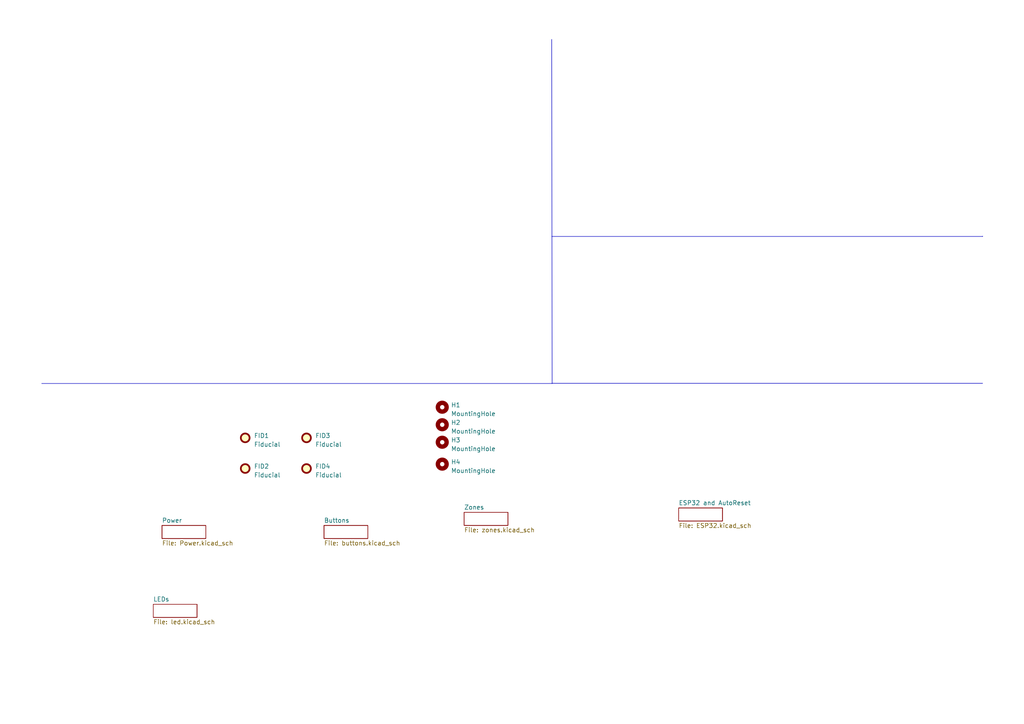
<source format=kicad_sch>
(kicad_sch (version 20231120) (generator "eeschema") (generator_version "8.0")
  (paper "A4")
  (lib_symbols
    (symbol "Mechanical:Fiducial" (exclude_from_sim yes) (in_bom no)
      (property "Reference" "FID" (at 0 5.08 0))
      (property "Value" "Fiducial" (at 0 3.175 0))
      (symbol "Fiducial_0_1"
        (circle (center 0 0) (radius 1.27) (stroke (width 0.508)) (fill (type background)))
      )
    )
    (symbol "Mechanical:MountingHole" (pin_names (offset 1.016)) (exclude_from_sim yes) (in_bom no)
      (property "Reference" "H" (at 0 5.08 0))
      (property "Value" "MountingHole" (at 0 3.175 0))
      (symbol "MountingHole_0_1"
        (circle (center 0 0) (radius 1.27) (stroke (width 1.27)))
      )
    )
  )
  (polyline (pts (xy 284.9574 111.1533) (xy 284.9574 111.169)))
  (polyline (pts (xy 12.1001 111.2257) (xy 160.1403 111.2257)))
  (polyline (pts (xy 160.02 68.58) (xy 285.0012 68.58)))
  (polyline (pts (xy 285.0012 68.4926) (xy 285.0012 68.58)))
  (polyline (pts (xy 160.0941 111.169) (xy 284.9574 111.169)))
  (polyline (pts (xy 160.02 11.43) (xy 160.1403 111.2257)))
  (symbol (lib_id "Mechanical:MountingHole") (at 128.27 128.27 0) (unit 1) (in_bom no)
    (property "Reference" "H3" (at 130.81 127.635 0) (effects (justify left)))
    (property "Value" "MountingHole" (at 130.81 130.175 0) (effects (justify left)))
    (property "Footprint" "MountingHole:MountingHole_2.7mm" (effects (hide yes)))
    (property "Description" "Mounting Hole without connection" (effects (hide yes)))
  )
  (symbol (lib_id "Mechanical:Fiducial") (at 71.12 135.89 0) (unit 1) (in_bom no)
    (property "Reference" "FID2" (at 73.66 135.255 0) (effects (justify left)))
    (property "Value" "Fiducial" (at 73.66 137.795 0) (effects (justify left)))
    (property "Footprint" "Fiducial:Fiducial_0.5mm_Mask1.5mm" (effects (hide yes)))
    (property "Description" "Fiducial Marker" (effects (hide yes)))
  )
  (symbol (lib_id "Mechanical:MountingHole") (at 128.27 118.11 0) (unit 1) (in_bom no)
    (property "Reference" "H1" (at 130.81 117.475 0) (effects (justify left)))
    (property "Value" "MountingHole" (at 130.81 120.015 0) (effects (justify left)))
    (property "Footprint" "MountingHole:MountingHole_2.7mm" (effects (hide yes)))
    (property "Description" "Mounting Hole without connection" (effects (hide yes)))
  )
  (symbol (lib_id "Mechanical:Fiducial") (at 71.12 127 0) (unit 1) (in_bom no)
    (property "Reference" "FID1" (at 73.66 126.365 0) (effects (justify left)))
    (property "Value" "Fiducial" (at 73.66 128.905 0) (effects (justify left)))
    (property "Footprint" "Fiducial:Fiducial_0.5mm_Mask1.5mm" (effects (hide yes)))
    (property "Description" "Fiducial Marker" (effects (hide yes)))
  )
  (symbol (lib_id "Mechanical:Fiducial") (at 88.9 127 0) (unit 1) (in_bom no)
    (property "Reference" "FID3" (at 91.44 126.365 0) (effects (justify left)))
    (property "Value" "Fiducial" (at 91.44 128.905 0) (effects (justify left)))
    (property "Footprint" "Fiducial:Fiducial_0.5mm_Mask1.5mm" (effects (hide yes)))
    (property "Description" "Fiducial Marker" (effects (hide yes)))
  )
  (symbol (lib_id "Mechanical:Fiducial") (at 88.9 135.89 0) (unit 1) (in_bom no)
    (property "Reference" "FID4" (at 91.44 135.255 0) (effects (justify left)))
    (property "Value" "Fiducial" (at 91.44 137.795 0) (effects (justify left)))
    (property "Footprint" "Fiducial:Fiducial_0.5mm_Mask1.5mm" (effects (hide yes)))
    (property "Description" "Fiducial Marker" (effects (hide yes)))
  )
  (symbol (lib_id "Mechanical:MountingHole") (at 128.27 123.19 0) (unit 1) (in_bom no)
    (property "Reference" "H2" (at 130.81 122.555 0) (effects (justify left)))
    (property "Value" "MountingHole" (at 130.81 125.095 0) (effects (justify left)))
    (property "Footprint" "MountingHole:MountingHole_2.7mm" (effects (hide yes)))
    (property "Description" "Mounting Hole without connection" (effects (hide yes)))
  )
  (symbol (lib_id "Mechanical:MountingHole") (at 128.27 134.62 0) (unit 1) (in_bom no)
    (property "Reference" "H4" (at 130.81 133.985 0) (effects (justify left)))
    (property "Value" "MountingHole" (at 130.81 136.525 0) (effects (justify left)))
    (property "Footprint" "MountingHole:MountingHole_2.7mm" (effects (hide yes)))
    (property "Description" "Mounting Hole without connection" (effects (hide yes)))
  )
  (sheet (at 196.85 147.32) (size 12.7 3.81) (stroke (width 0.1524))
    (property "Sheetname" "ESP32 and AutoReset" (at 196.85 146.6084 0) (effects (justify left bottom)))
    (property "Sheetfile" "ESP32.kicad_sch" (at 196.85 151.7146 0) (effects (justify left top)))
  )
  (sheet (at 44.45 175.26) (size 12.7 3.81) (stroke (width 0.1524))
    (property "Sheetname" "LEDs" (at 44.45 174.5484 0) (effects (justify left bottom)))
    (property "Sheetfile" "led.kicad_sch" (at 44.45 179.6546 0) (effects (justify left top)))
  )
  (sheet (at 46.99 152.4) (size 12.7 3.81) (stroke (width 0.1524))
    (property "Sheetname" "Power" (at 46.99 151.6884 0) (effects (justify left bottom)))
    (property "Sheetfile" "Power.kicad_sch" (at 46.99 156.7946 0) (effects (justify left top)))
  )
  (sheet (at 93.98 152.4) (size 12.7 3.81) (stroke (width 0.1524))
    (property "Sheetname" "Buttons" (at 93.98 151.6884 0) (effects (justify left bottom)))
    (property "Sheetfile" "buttons.kicad_sch" (at 93.98 156.7946 0) (effects (justify left top)))
  )
  (sheet (at 134.62 148.59) (size 12.7 3.81) (stroke (width 0.1524))
    (property "Sheetname" "Zones" (at 134.62 147.8784 0) (effects (justify left bottom)))
    (property "Sheetfile" "zones.kicad_sch" (at 134.62 152.9846 0) (effects (justify left top)))
  )
)
</source>
